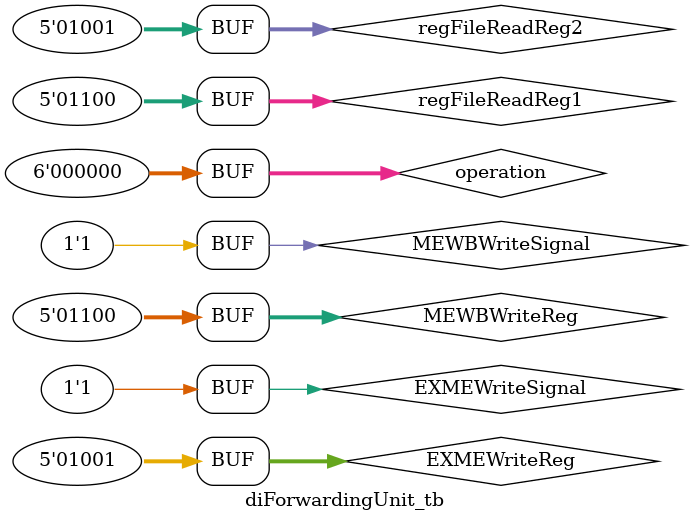
<source format=v>
module diForwardingUnit (input [4:0] regFileReadReg1, input [4:0] regFileReadReg2, input [5:0] operation, input EXMEWriteSignal, input [4:0] EXMEWriteReg, input MEWBWriteSignal, input [4:0] MEWBWriteReg, output reg[1:0] regFileRead1MuxSignal, output reg[1:0] regFileRead2MuxSignal);

	parameter beqOperation = 6'b000100,
			  frwrdFromEXMEM = 1'b0,
			  frwrdFromMEMWB = 1'b1;

	reg frwrdReg1;
	reg frwrdReg1Data;
	reg frwrdReg2;
	reg frwrdReg2Data;

	initial begin frwrdReg1 = 0; frwrdReg1Data = 0; frwrdReg2Data = 0; frwrdReg2 = 0; end

	always @* begin

		if (regFileReadReg1 == EXMEWriteReg && operation == beqOperation && EXMEWriteSignal == 1'b1) begin
			frwrdReg1 <= 1;
			frwrdReg1Data <= frwrdFromEXMEM;
		end
		else if (regFileReadReg1 == MEWBWriteReg && operation == beqOperation && MEWBWriteSignal == 1'b1) begin
			frwrdReg1 <= 1;
			frwrdReg1Data <= frwrdFromMEMWB;
		end
		else frwrdReg1 <= 0;
		if (regFileReadReg2 == EXMEWriteReg && operation == beqOperation && EXMEWriteSignal == 1'b1) begin
			frwrdReg2 <= 1;
			frwrdReg2Data <= frwrdFromEXMEM;
		end
		else if (regFileReadReg2 == MEWBWriteReg && operation == beqOperation && MEWBWriteSignal == 1'b1) begin
			frwrdReg2 <= 1;
			frwrdReg2Data <= frwrdFromMEMWB;
		end
		else frwrdReg2 <= 0;

		regFileRead1MuxSignal <= {frwrdReg1, frwrdReg1Data};
		regFileRead2MuxSignal <= {frwrdReg2, frwrdReg2Data};

	end

endmodule

module diForwardingUnit_tb ();

	reg [4:0] regFileReadReg1;
	reg [4:0] regFileReadReg2;
	reg [5:0] operation;
	reg EXMEWriteSignal;
	reg [4:0] EXMEWriteReg;
	reg MEWBWriteSignal;
	reg [4:0] MEWBWriteReg;
	wire [1:0] regFileRead1MuxSignal;
	wire [1:0] regFileRead2MuxSignal;

	initial begin

		$monitor("regFileRead1MuxSignal: %b regFileRead2MuxSignal: %b when regFileReadReg1: %d regFileReadReg2: %d operation: %b EXMEWriteSignal: %b EXMEWriteReg: %d MEWBWriteSignal: %b MEWBWriteReg: %d", regFileRead1MuxSignal, regFileRead2MuxSignal, regFileReadReg1, regFileReadReg2, operation, EXMEWriteSignal, EXMEWriteReg, MEWBWriteSignal, MEWBWriteReg);

		regFileReadReg1 = 5'd0; regFileReadReg2 = 5'd1; operation = 6'b000100; EXMEWriteSignal = 1; EXMEWriteReg = 5'd0; MEWBWriteSignal = 1; MEWBWriteReg = 5'd1;

		#10 regFileReadReg1 = 5'd12; regFileReadReg2 = 5'd9;
		#10 EXMEWriteReg = 5'd9;
		#10 EXMEWriteSignal = 0;
		#10 MEWBWriteReg = 5'd12;
		#10 MEWBWriteSignal = 0;
		#10 EXMEWriteSignal = 1; MEWBWriteSignal = 1;
		#10 operation = 6'b000000;

	end

	diForwardingUnit diFU1 (regFileReadReg1, regFileReadReg2, operation, EXMEWriteSignal, EXMEWriteReg, MEWBWriteSignal, MEWBWriteReg, regFileRead1MuxSignal, regFileRead2MuxSignal);

endmodule

</source>
